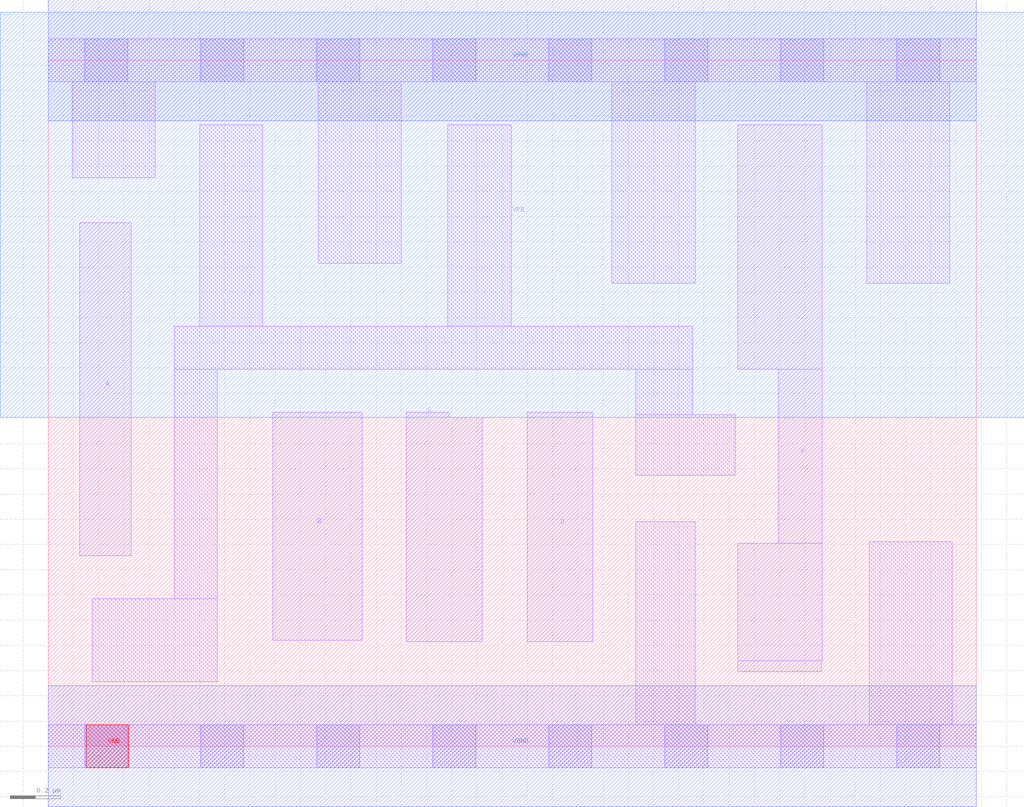
<source format=lef>
# Copyright 2020 The SkyWater PDK Authors
#
# Licensed under the Apache License, Version 2.0 (the "License");
# you may not use this file except in compliance with the License.
# You may obtain a copy of the License at
#
#     https://www.apache.org/licenses/LICENSE-2.0
#
# Unless required by applicable law or agreed to in writing, software
# distributed under the License is distributed on an "AS IS" BASIS,
# WITHOUT WARRANTIES OR CONDITIONS OF ANY KIND, either express or implied.
# See the License for the specific language governing permissions and
# limitations under the License.
#
# SPDX-License-Identifier: Apache-2.0

VERSION 5.7 ;
  NOWIREEXTENSIONATPIN ON ;
  DIVIDERCHAR "/" ;
  BUSBITCHARS "[]" ;
MACRO sky130_fd_sc_hd__and4_2
  CLASS CORE ;
  FOREIGN sky130_fd_sc_hd__and4_2 ;
  ORIGIN  0.000000  0.000000 ;
  SIZE  3.680000 BY  2.720000 ;
  SYMMETRY X Y R90 ;
  SITE unithd ;
  PIN A
    ANTENNAGATEAREA  0.126000 ;
    DIRECTION INPUT ;
    USE SIGNAL ;
    PORT
      LAYER li1 ;
        RECT 0.125000 0.755000 0.330000 2.075000 ;
    END
  END A
  PIN B
    ANTENNAGATEAREA  0.126000 ;
    DIRECTION INPUT ;
    USE SIGNAL ;
    PORT
      LAYER li1 ;
        RECT 0.890000 0.420000 1.245000 1.325000 ;
    END
  END B
  PIN C
    ANTENNAGATEAREA  0.126000 ;
    DIRECTION INPUT ;
    USE SIGNAL ;
    PORT
      LAYER li1 ;
        RECT 1.420000 0.415000 1.720000 1.305000 ;
        RECT 1.420000 1.305000 1.590000 1.325000 ;
    END
  END C
  PIN D
    ANTENNAGATEAREA  0.126000 ;
    DIRECTION INPUT ;
    USE SIGNAL ;
    PORT
      LAYER li1 ;
        RECT 1.900000 0.415000 2.160000 1.325000 ;
    END
  END D
  PIN X
    ANTENNADIFFAREA  0.544500 ;
    DIRECTION OUTPUT ;
    USE SIGNAL ;
    PORT
      LAYER li1 ;
        RECT 2.735000 0.295000 3.065000 0.340000 ;
        RECT 2.735000 0.340000 3.070000 0.805000 ;
        RECT 2.735000 1.495000 3.070000 2.465000 ;
        RECT 2.895000 0.805000 3.070000 1.495000 ;
    END
  END X
  PIN VGND
    DIRECTION INOUT ;
    SHAPE ABUTMENT ;
    USE GROUND ;
    PORT
      LAYER met1 ;
        RECT 0.000000 -0.240000 3.680000 0.240000 ;
    END
  END VGND
  PIN VNB
    DIRECTION INOUT ;
    USE GROUND ;
    PORT
      LAYER pwell ;
        RECT 0.150000 -0.085000 0.320000 0.085000 ;
    END
  END VNB
  PIN VPB
    DIRECTION INOUT ;
    USE POWER ;
    PORT
      LAYER nwell ;
        RECT -0.190000 1.305000 3.870000 2.910000 ;
    END
  END VPB
  PIN VPWR
    DIRECTION INOUT ;
    SHAPE ABUTMENT ;
    USE POWER ;
    PORT
      LAYER met1 ;
        RECT 0.000000 2.480000 3.680000 2.960000 ;
    END
  END VPWR
  OBS
    LAYER li1 ;
      RECT 0.000000 -0.085000 3.680000 0.085000 ;
      RECT 0.000000  2.635000 3.680000 2.805000 ;
      RECT 0.095000  2.255000 0.425000 2.635000 ;
      RECT 0.175000  0.255000 0.670000 0.585000 ;
      RECT 0.500000  0.585000 0.670000 1.495000 ;
      RECT 0.500000  1.495000 2.555000 1.665000 ;
      RECT 0.600000  1.665000 0.850000 2.465000 ;
      RECT 1.070000  1.915000 1.400000 2.635000 ;
      RECT 1.585000  1.665000 1.835000 2.465000 ;
      RECT 2.235000  1.835000 2.565000 2.635000 ;
      RECT 2.330000  0.085000 2.565000 0.890000 ;
      RECT 2.330000  1.075000 2.725000 1.315000 ;
      RECT 2.330000  1.315000 2.555000 1.495000 ;
      RECT 3.245000  1.835000 3.575000 2.635000 ;
      RECT 3.255000  0.085000 3.585000 0.810000 ;
    LAYER mcon ;
      RECT 0.145000 -0.085000 0.315000 0.085000 ;
      RECT 0.145000  2.635000 0.315000 2.805000 ;
      RECT 0.605000 -0.085000 0.775000 0.085000 ;
      RECT 0.605000  2.635000 0.775000 2.805000 ;
      RECT 1.065000 -0.085000 1.235000 0.085000 ;
      RECT 1.065000  2.635000 1.235000 2.805000 ;
      RECT 1.525000 -0.085000 1.695000 0.085000 ;
      RECT 1.525000  2.635000 1.695000 2.805000 ;
      RECT 1.985000 -0.085000 2.155000 0.085000 ;
      RECT 1.985000  2.635000 2.155000 2.805000 ;
      RECT 2.445000 -0.085000 2.615000 0.085000 ;
      RECT 2.445000  2.635000 2.615000 2.805000 ;
      RECT 2.905000 -0.085000 3.075000 0.085000 ;
      RECT 2.905000  2.635000 3.075000 2.805000 ;
      RECT 3.365000 -0.085000 3.535000 0.085000 ;
      RECT 3.365000  2.635000 3.535000 2.805000 ;
  END
END sky130_fd_sc_hd__and4_2
END LIBRARY

</source>
